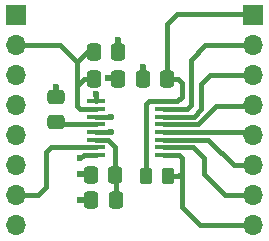
<source format=gbr>
%TF.GenerationSoftware,KiCad,Pcbnew,8.0.5*%
%TF.CreationDate,2024-11-10T02:12:05-07:00*%
%TF.ProjectId,2024_11_ADC_ADS8689,32303234-5f31-4315-9f41-44435f414453,rev?*%
%TF.SameCoordinates,Original*%
%TF.FileFunction,Copper,L1,Top*%
%TF.FilePolarity,Positive*%
%FSLAX46Y46*%
G04 Gerber Fmt 4.6, Leading zero omitted, Abs format (unit mm)*
G04 Created by KiCad (PCBNEW 8.0.5) date 2024-11-10 02:12:05*
%MOMM*%
%LPD*%
G01*
G04 APERTURE LIST*
G04 Aperture macros list*
%AMRoundRect*
0 Rectangle with rounded corners*
0 $1 Rounding radius*
0 $2 $3 $4 $5 $6 $7 $8 $9 X,Y pos of 4 corners*
0 Add a 4 corners polygon primitive as box body*
4,1,4,$2,$3,$4,$5,$6,$7,$8,$9,$2,$3,0*
0 Add four circle primitives for the rounded corners*
1,1,$1+$1,$2,$3*
1,1,$1+$1,$4,$5*
1,1,$1+$1,$6,$7*
1,1,$1+$1,$8,$9*
0 Add four rect primitives between the rounded corners*
20,1,$1+$1,$2,$3,$4,$5,0*
20,1,$1+$1,$4,$5,$6,$7,0*
20,1,$1+$1,$6,$7,$8,$9,0*
20,1,$1+$1,$8,$9,$2,$3,0*%
G04 Aperture macros list end*
%TA.AperFunction,SMDPad,CuDef*%
%ADD10RoundRect,0.250000X0.262500X0.450000X-0.262500X0.450000X-0.262500X-0.450000X0.262500X-0.450000X0*%
%TD*%
%TA.AperFunction,SMDPad,CuDef*%
%ADD11RoundRect,0.250000X-0.337500X-0.475000X0.337500X-0.475000X0.337500X0.475000X-0.337500X0.475000X0*%
%TD*%
%TA.AperFunction,SMDPad,CuDef*%
%ADD12RoundRect,0.250000X0.337500X0.475000X-0.337500X0.475000X-0.337500X-0.475000X0.337500X-0.475000X0*%
%TD*%
%TA.AperFunction,SMDPad,CuDef*%
%ADD13RoundRect,0.250000X0.475000X-0.337500X0.475000X0.337500X-0.475000X0.337500X-0.475000X-0.337500X0*%
%TD*%
%TA.AperFunction,SMDPad,CuDef*%
%ADD14RoundRect,0.051250X-0.733750X-0.153750X0.733750X-0.153750X0.733750X0.153750X-0.733750X0.153750X0*%
%TD*%
%TA.AperFunction,ComponentPad*%
%ADD15R,1.700000X1.700000*%
%TD*%
%TA.AperFunction,ComponentPad*%
%ADD16O,1.700000X1.700000*%
%TD*%
%TA.AperFunction,ViaPad*%
%ADD17C,0.600000*%
%TD*%
%TA.AperFunction,Conductor*%
%ADD18C,0.381000*%
%TD*%
%TA.AperFunction,Conductor*%
%ADD19C,0.508000*%
%TD*%
G04 APERTURE END LIST*
D10*
%TO.P,R1,1*%
%TO.N,/RST*%
X94862500Y-67275000D03*
%TO.P,R1,2*%
%TO.N,+3.3V*%
X93037500Y-67275000D03*
%TD*%
D11*
%TO.P,C5,2*%
%TO.N,+3.3V*%
X94817500Y-59075000D03*
%TO.P,C5,1*%
%TO.N,GND*%
X92742500Y-59075000D03*
%TD*%
D12*
%TO.P,C4,2*%
%TO.N,+5V*%
X88592500Y-56800000D03*
%TO.P,C4,1*%
%TO.N,GND*%
X90667500Y-56800000D03*
%TD*%
D13*
%TO.P,C3,1*%
%TO.N,Net-(U2-REFIO)*%
X85450000Y-62712500D03*
%TO.P,C3,2*%
%TO.N,GND*%
X85450000Y-60637500D03*
%TD*%
D12*
%TO.P,C2,1*%
%TO.N,Net-(U2-REFCAP)*%
X90462500Y-69300000D03*
%TO.P,C2,2*%
%TO.N,GND*%
X88387500Y-69300000D03*
%TD*%
%TO.P,C1,1*%
%TO.N,Net-(U2-REFCAP)*%
X90450000Y-67175000D03*
%TO.P,C1,2*%
%TO.N,GND*%
X88375000Y-67175000D03*
%TD*%
D14*
%TO.P,U2,1,DGND*%
%TO.N,GND*%
X88835000Y-60950000D03*
%TO.P,U2,2,AVDD*%
%TO.N,+5V*%
X88835000Y-61600000D03*
%TO.P,U2,3,AGND*%
%TO.N,GND*%
X88835000Y-62250000D03*
%TO.P,U2,4,REFIO*%
%TO.N,Net-(U2-REFIO)*%
X88835000Y-62900000D03*
%TO.P,U2,5,REFGND*%
%TO.N,GND*%
X88835000Y-63550000D03*
%TO.P,U2,6,REFCAP*%
%TO.N,Net-(U2-REFCAP)*%
X88835000Y-64200000D03*
%TO.P,U2,7,AIN_P*%
%TO.N,/AIN_P*%
X88835000Y-64850000D03*
%TO.P,U2,8,AIN_GND*%
%TO.N,GND*%
X88835000Y-65500000D03*
%TO.P,U2,9,~{RST}*%
%TO.N,/RST*%
X94575000Y-65500000D03*
%TO.P,U2,10,SDI*%
%TO.N,/ADC_SDI*%
X94575000Y-64850000D03*
%TO.P,U2,11,CONVST/~{CS}*%
%TO.N,/ADC_CS*%
X94575000Y-64200000D03*
%TO.P,U2,12,SCLK*%
%TO.N,/ADC_SCLK*%
X94575000Y-63550000D03*
%TO.P,U2,13,SDO-0*%
%TO.N,/ADC_SDO*%
X94575000Y-62900000D03*
%TO.P,U2,14,ALARM/SDO-1/GPO*%
%TO.N,/ADC_ALARM*%
X94575000Y-62250000D03*
%TO.P,U2,15,RVS*%
%TO.N,/ADC_RVS*%
X94575000Y-61600000D03*
%TO.P,U2,16,DVDD*%
%TO.N,+3.3V*%
X94575000Y-60950000D03*
%TD*%
D11*
%TO.P,C13,2*%
%TO.N,GND*%
X90692500Y-59050000D03*
%TO.P,C13,1*%
%TO.N,+5V*%
X88617500Y-59050000D03*
%TD*%
D15*
%TO.P,J5,1,Pin_1*%
%TO.N,+3.3V*%
X102092800Y-53670200D03*
D16*
%TO.P,J5,2,Pin_2*%
%TO.N,/ADC_RVS*%
X102092800Y-56210200D03*
%TO.P,J5,3,Pin_3*%
%TO.N,/ADC_ALARM*%
X102092800Y-58750200D03*
%TO.P,J5,4,Pin_4*%
%TO.N,/ADC_SDO*%
X102092800Y-61290200D03*
%TO.P,J5,5,Pin_5*%
%TO.N,/ADC_SCLK*%
X102092800Y-63830200D03*
%TO.P,J5,6,Pin_6*%
%TO.N,/ADC_CS*%
X102092800Y-66370200D03*
%TO.P,J5,7,Pin_7*%
%TO.N,/ADC_SDI*%
X102092800Y-68910200D03*
%TO.P,J5,8,Pin_8*%
%TO.N,/RST*%
X102092800Y-71450200D03*
%TD*%
D15*
%TO.P,J4,1,Pin_1*%
%TO.N,GND*%
X82067400Y-53670200D03*
D16*
%TO.P,J4,2,Pin_2*%
%TO.N,+5V*%
X82067400Y-56210200D03*
%TO.P,J4,3,Pin_3*%
%TO.N,GND*%
X82067400Y-58750200D03*
%TO.P,J4,4,Pin_4*%
%TO.N,unconnected-(J4-Pin_4-Pad4)*%
X82067400Y-61290200D03*
%TO.P,J4,5,Pin_5*%
%TO.N,unconnected-(J4-Pin_5-Pad5)*%
X82067400Y-63830200D03*
%TO.P,J4,6,Pin_6*%
%TO.N,unconnected-(J4-Pin_6-Pad6)*%
X82067400Y-66370200D03*
%TO.P,J4,7,Pin_7*%
%TO.N,/AIN_P*%
X82067400Y-68910200D03*
%TO.P,J4,8,Pin_8*%
%TO.N,GND*%
X82067400Y-71450200D03*
%TD*%
D17*
%TO.N,GND*%
X88825000Y-60300000D03*
X90050000Y-63550000D03*
X90050000Y-62250000D03*
X87450000Y-65800000D03*
X87475000Y-69300000D03*
X87475000Y-67150000D03*
X85450000Y-59725000D03*
X92750000Y-58025000D03*
X89800000Y-59025000D03*
X90675000Y-55750000D03*
%TD*%
D18*
%TO.N,+5V*%
X88063200Y-56800000D02*
X87200000Y-57663200D01*
X88592500Y-56800000D02*
X88063200Y-56800000D01*
X87200000Y-57663200D02*
X87200000Y-59625000D01*
X85747000Y-56210200D02*
X87200000Y-57663200D01*
X82067400Y-56210200D02*
X85747000Y-56210200D01*
%TO.N,/RST*%
X97575200Y-71450200D02*
X102092800Y-71450200D01*
X96050000Y-67000000D02*
X96050000Y-69925000D01*
X96050000Y-69925000D02*
X97575200Y-71450200D01*
%TO.N,/ADC_SDI*%
X102057600Y-68875000D02*
X102092800Y-68910200D01*
X99750000Y-68875000D02*
X102057600Y-68875000D01*
X97950000Y-67075000D02*
X99750000Y-68875000D01*
X97950000Y-65775000D02*
X97950000Y-67075000D01*
X94575000Y-64850000D02*
X97025000Y-64850000D01*
X97025000Y-64850000D02*
X97950000Y-65775000D01*
%TO.N,/ADC_CS*%
X98300000Y-64200000D02*
X100470200Y-66370200D01*
X100470200Y-66370200D02*
X102092800Y-66370200D01*
X94575000Y-64200000D02*
X98300000Y-64200000D01*
%TO.N,/ADC_SCLK*%
X101812600Y-63550000D02*
X102092800Y-63830200D01*
X94575000Y-63550000D02*
X101812600Y-63550000D01*
%TO.N,/ADC_SDO*%
X102033000Y-61350000D02*
X102092800Y-61290200D01*
X99000000Y-61350000D02*
X102033000Y-61350000D01*
X97450000Y-62900000D02*
X99000000Y-61350000D01*
X94575000Y-62900000D02*
X97450000Y-62900000D01*
%TO.N,/ADC_ALARM*%
X97675000Y-59500000D02*
X98424800Y-58750200D01*
X98424800Y-58750200D02*
X102092800Y-58750200D01*
X94575000Y-62250000D02*
X97075000Y-62250000D01*
X97075000Y-62250000D02*
X97675000Y-61650000D01*
X97675000Y-61650000D02*
X97675000Y-59500000D01*
%TO.N,/ADC_RVS*%
X96825000Y-57425000D02*
X98039800Y-56210200D01*
X98039800Y-56210200D02*
X102092800Y-56210200D01*
X96475000Y-61600000D02*
X96825000Y-61250000D01*
X96825000Y-61250000D02*
X96825000Y-57425000D01*
X94575000Y-61600000D02*
X96475000Y-61600000D01*
%TO.N,+3.3V*%
X101972600Y-53550000D02*
X102092800Y-53670200D01*
X94817500Y-54432500D02*
X95700000Y-53550000D01*
X95700000Y-53550000D02*
X101972600Y-53550000D01*
X94817500Y-59075000D02*
X94817500Y-54432500D01*
%TO.N,GND*%
X88825000Y-60940000D02*
X88835000Y-60950000D01*
X88825000Y-60300000D02*
X88825000Y-60940000D01*
%TO.N,+3.3V*%
X96050000Y-59375000D02*
X95750000Y-59075000D01*
X95700000Y-60950000D02*
X96050000Y-60600000D01*
X94575000Y-60950000D02*
X95700000Y-60950000D01*
X96050000Y-60600000D02*
X96050000Y-59375000D01*
X95750000Y-59075000D02*
X94817500Y-59075000D01*
%TO.N,+5V*%
X87200000Y-59625000D02*
X87775000Y-59050000D01*
X87475000Y-61600000D02*
X87200000Y-61325000D01*
X87775000Y-59050000D02*
X88617500Y-59050000D01*
X88835000Y-61600000D02*
X87475000Y-61600000D01*
X87200000Y-61325000D02*
X87200000Y-59625000D01*
%TO.N,GND*%
X90050000Y-63550000D02*
X88835000Y-63550000D01*
X90050000Y-62250000D02*
X88835000Y-62250000D01*
%TO.N,+3.3V*%
X93300000Y-60950000D02*
X94575000Y-60950000D01*
X93037500Y-61212500D02*
X93300000Y-60950000D01*
X93037500Y-67275000D02*
X93037500Y-61212500D01*
%TO.N,/RST*%
X96050000Y-67000000D02*
X95775000Y-67275000D01*
X96050000Y-65750000D02*
X96050000Y-67000000D01*
X95800000Y-65500000D02*
X96050000Y-65750000D01*
X95775000Y-67275000D02*
X94862500Y-67275000D01*
X94575000Y-65500000D02*
X95800000Y-65500000D01*
%TO.N,Net-(U2-REFCAP)*%
X90462500Y-67187500D02*
X90450000Y-67175000D01*
X90462500Y-69300000D02*
X90462500Y-67187500D01*
X90450000Y-64850000D02*
X90450000Y-67175000D01*
X89800000Y-64200000D02*
X90450000Y-64850000D01*
X88835000Y-64200000D02*
X89800000Y-64200000D01*
%TO.N,Net-(U2-REFIO)*%
X85637500Y-62900000D02*
X85450000Y-62712500D01*
X88835000Y-62900000D02*
X85637500Y-62900000D01*
%TO.N,/AIN_P*%
X84550000Y-65275000D02*
X84975000Y-64850000D01*
X84975000Y-64850000D02*
X88835000Y-64850000D01*
X84550000Y-68250000D02*
X84550000Y-65275000D01*
X83889800Y-68910200D02*
X84550000Y-68250000D01*
X82067400Y-68910200D02*
X83889800Y-68910200D01*
%TO.N,GND*%
X87750000Y-65500000D02*
X87450000Y-65800000D01*
X88835000Y-65500000D02*
X87750000Y-65500000D01*
D19*
X87475000Y-69300000D02*
X88387500Y-69300000D01*
X88350000Y-67150000D02*
X88375000Y-67175000D01*
X87475000Y-67150000D02*
X88350000Y-67150000D01*
X85450000Y-59725000D02*
X85450000Y-60637500D01*
X92750000Y-59067500D02*
X92742500Y-59075000D01*
X92750000Y-58025000D02*
X92750000Y-59067500D01*
X90667500Y-59025000D02*
X90692500Y-59050000D01*
X89800000Y-59025000D02*
X90667500Y-59025000D01*
X90667500Y-55757500D02*
X90675000Y-55750000D01*
X90667500Y-56800000D02*
X90667500Y-55757500D01*
%TD*%
M02*

</source>
